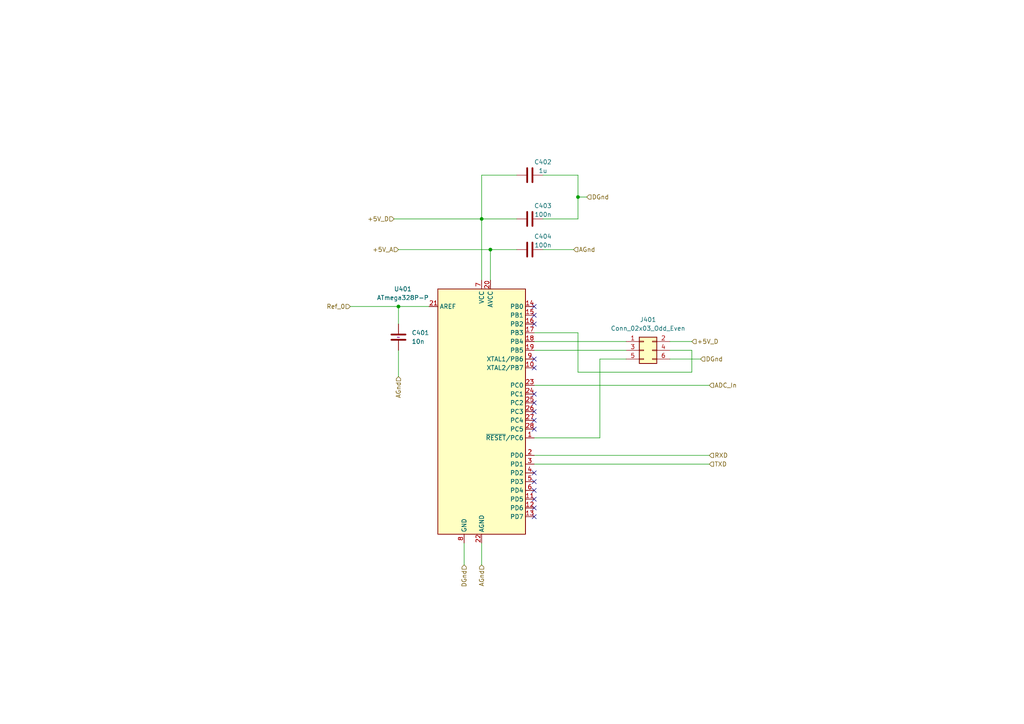
<source format=kicad_sch>
(kicad_sch (version 20231120) (generator "eeschema") (generator_version "8.0")
  (paper "A4")
  (lib_symbols
    (symbol "Connector_Generic:Conn_02x03_Odd_Even" (pin_names (offset 1.016) hide)
      (property "Reference" "J" (at 1.27 5.08 0))
      (property "Value" "Conn_02x03_Odd_Even" (at 1.27 -5.08 0))
      (symbol "Conn_02x03_Odd_Even_1_1"
        (rectangle (start -1.27 -2.413) (end 0 -2.667) (stroke (width 0.1524)))
        (rectangle (start -1.27 0.127) (end 0 -0.127) (stroke (width 0.1524)))
        (rectangle (start -1.27 2.667) (end 0 2.413) (stroke (width 0.1524)))
        (rectangle (start -1.27 3.81) (end 3.81 -3.81) (stroke (width 0.254)) (fill (type background)))
        (rectangle (start 3.81 -2.413) (end 2.54 -2.667) (stroke (width 0.1524)))
        (rectangle (start 3.81 0.127) (end 2.54 -0.127) (stroke (width 0.1524)))
        (rectangle (start 3.81 2.667) (end 2.54 2.413) (stroke (width 0.1524)))
        (pin passive line (at -5.08 2.54 0) (length 3.81) (name "Pin_1") (number "1"))
        (pin passive line (at 7.62 2.54 180) (length 3.81) (name "Pin_2") (number "2"))
        (pin passive line (at -5.08 0 0) (length 3.81) (name "Pin_3") (number "3"))
        (pin passive line (at 7.62 0 180) (length 3.81) (name "Pin_4") (number "4"))
        (pin passive line (at -5.08 -2.54 0) (length 3.81) (name "Pin_5") (number "5"))
        (pin passive line (at 7.62 -2.54 180) (length 3.81) (name "Pin_6") (number "6"))
      )
    )
    (symbol "Device:C" (pin_numbers hide) (pin_names (offset 0.254))
      (property "Reference" "C" (at 0.635 2.54 0))
      (property "Value" "C" (at 0.635 -2.54 0))
      (symbol "C_0_1"
        (polyline (pts (xy -2.032 -0.762) (xy 2.032 -0.762)) (stroke (width 0.508)))
        (polyline (pts (xy -2.032 0.762) (xy 2.032 0.762)) (stroke (width 0.508)))
      )
      (symbol "C_1_1"
        (pin passive line (at 0 3.81 270) (length 2.794) (name "~") (number "1"))
        (pin passive line (at 0 -3.81 90) (length 2.794) (name "~") (number "2"))
      )
    )
    (symbol "MCU_Microchip_ATmega:ATmega328P-P"
      (property "Reference" "U5" (at -21.59 34.1279 0))
      (property "Value" "ATmega328P-P" (at -21.59 31.5879 0))
      (symbol "ATmega328P-P_0_1"
        (rectangle (start -12.7 35.56) (end 12.7 -35.56) (stroke (width 0.254)) (fill (type background)))
      )
      (symbol "ATmega328P-P_1_1"
        (pin bidirectional line (at 15.24 -7.62 180) (length 2.54) (name "~{RESET}/PC6") (number "1"))
        (pin bidirectional line (at 15.24 12.7 180) (length 2.54) (name "XTAL2/PB7") (number "10"))
        (pin bidirectional line (at 15.24 -25.4 180) (length 2.54) (name "PD5") (number "11"))
        (pin bidirectional line (at 15.24 -27.94 180) (length 2.54) (name "PD6") (number "12"))
        (pin bidirectional line (at 15.24 -30.48 180) (length 2.54) (name "PD7") (number "13"))
        (pin bidirectional line (at 15.24 30.48 180) (length 2.54) (name "PB0") (number "14"))
        (pin bidirectional line (at 15.24 27.94 180) (length 2.54) (name "PB1") (number "15"))
        (pin bidirectional line (at 15.24 25.4 180) (length 2.54) (name "PB2") (number "16"))
        (pin bidirectional line (at 15.24 22.86 180) (length 2.54) (name "PB3") (number "17"))
        (pin bidirectional line (at 15.24 20.32 180) (length 2.54) (name "PB4") (number "18"))
        (pin bidirectional line (at 15.24 17.78 180) (length 2.54) (name "PB5") (number "19"))
        (pin bidirectional line (at 15.24 -12.7 180) (length 2.54) (name "PD0") (number "2"))
        (pin power_in line (at 2.54 38.1 270) (length 2.54) (name "AVCC") (number "20"))
        (pin passive line (at -15.24 30.48 0) (length 2.54) (name "AREF") (number "21"))
        (pin power_in line (at 0 -38.1 90) (length 2.54) (name "AGND") (number "22"))
        (pin bidirectional line (at 15.24 7.62 180) (length 2.54) (name "PC0") (number "23"))
        (pin bidirectional line (at 15.24 5.08 180) (length 2.54) (name "PC1") (number "24"))
        (pin bidirectional line (at 15.24 2.54 180) (length 2.54) (name "PC2") (number "25"))
        (pin bidirectional line (at 15.24 0 180) (length 2.54) (name "PC3") (number "26"))
        (pin bidirectional line (at 15.24 -2.54 180) (length 2.54) (name "PC4") (number "27"))
        (pin bidirectional line (at 15.24 -5.08 180) (length 2.54) (name "PC5") (number "28"))
        (pin bidirectional line (at 15.24 -15.24 180) (length 2.54) (name "PD1") (number "3"))
        (pin bidirectional line (at 15.24 -17.78 180) (length 2.54) (name "PD2") (number "4"))
        (pin bidirectional line (at 15.24 -20.32 180) (length 2.54) (name "PD3") (number "5"))
        (pin bidirectional line (at 15.24 -22.86 180) (length 2.54) (name "PD4") (number "6"))
        (pin power_in line (at 0 38.1 270) (length 2.54) (name "VCC") (number "7"))
        (pin power_in line (at -5.08 -38.1 90) (length 2.54) (name "GND") (number "8"))
        (pin bidirectional line (at 15.24 15.24 180) (length 2.54) (name "XTAL1/PB6") (number "9"))
      )
    )
  )
  (junction (at 115.57 88.9))
  (junction (at 139.7 63.5))
  (junction (at 167.64 57.15))
  (junction (at 142.24 72.39))
  (no_connect (at 154.94 137.16))
  (no_connect (at 154.94 114.3))
  (no_connect (at 154.94 104.14))
  (no_connect (at 154.94 142.24))
  (no_connect (at 154.94 116.84))
  (no_connect (at 154.94 144.78))
  (no_connect (at 154.94 119.38))
  (no_connect (at 154.94 91.44))
  (no_connect (at 154.94 124.46))
  (no_connect (at 154.94 147.32))
  (no_connect (at 154.94 93.98))
  (no_connect (at 154.94 88.9))
  (no_connect (at 154.94 106.68))
  (no_connect (at 154.94 149.86))
  (no_connect (at 154.94 139.7))
  (no_connect (at 154.94 121.92))
  (wire (pts (xy 157.48 50.8) (xy 167.64 50.8)))
  (wire (pts (xy 200.66 107.95) (xy 167.64 107.95)))
  (wire (pts (xy 154.94 111.76) (xy 205.74 111.76)))
  (wire (pts (xy 134.62 157.48) (xy 134.62 163.83)))
  (wire (pts (xy 115.57 88.9) (xy 115.57 93.98)))
  (wire (pts (xy 115.57 101.6) (xy 115.57 109.22)))
  (wire (pts (xy 167.64 57.15) (xy 167.64 63.5)))
  (wire (pts (xy 142.24 72.39) (xy 142.24 81.28)))
  (wire (pts (xy 149.86 63.5) (xy 139.7 63.5)))
  (wire (pts (xy 167.64 96.52) (xy 154.94 96.52)))
  (wire (pts (xy 200.66 101.6) (xy 200.66 107.95)))
  (wire (pts (xy 167.64 57.15) (xy 170.18 57.15)))
  (wire (pts (xy 157.48 72.39) (xy 166.37 72.39)))
  (wire (pts (xy 167.64 107.95) (xy 167.64 96.52)))
  (wire (pts (xy 154.94 99.06) (xy 181.61 99.06)))
  (wire (pts (xy 154.94 101.6) (xy 181.61 101.6)))
  (wire (pts (xy 115.57 88.9) (xy 124.46 88.9)))
  (wire (pts (xy 114.3 63.5) (xy 139.7 63.5)))
  (wire (pts (xy 154.94 132.08) (xy 205.74 132.08)))
  (wire (pts (xy 173.99 104.14) (xy 173.99 127)))
  (wire (pts (xy 139.7 157.48) (xy 139.7 163.83)))
  (wire (pts (xy 194.31 101.6) (xy 200.66 101.6)))
  (wire (pts (xy 142.24 72.39) (xy 149.86 72.39)))
  (wire (pts (xy 139.7 50.8) (xy 149.86 50.8)))
  (wire (pts (xy 154.94 134.62) (xy 205.74 134.62)))
  (wire (pts (xy 139.7 50.8) (xy 139.7 63.5)))
  (wire (pts (xy 115.57 72.39) (xy 142.24 72.39)))
  (wire (pts (xy 101.6 88.9) (xy 115.57 88.9)))
  (wire (pts (xy 194.31 99.06) (xy 200.66 99.06)))
  (wire (pts (xy 181.61 104.14) (xy 173.99 104.14)))
  (wire (pts (xy 157.48 63.5) (xy 167.64 63.5)))
  (wire (pts (xy 194.31 104.14) (xy 203.2 104.14)))
  (wire (pts (xy 167.64 50.8) (xy 167.64 57.15)))
  (wire (pts (xy 173.99 127) (xy 154.94 127)))
  (wire (pts (xy 139.7 63.5) (xy 139.7 81.28)))
  (hierarchical_label "Ref_0" (shape input) (at 101.6 88.9 180))
  (hierarchical_label "DGnd" (shape input) (at 134.62 163.83 270))
  (hierarchical_label "AGnd" (shape input) (at 115.57 109.22 270))
  (hierarchical_label "+5V_D" (shape input) (at 114.3 63.5 180))
  (hierarchical_label "DGnd" (shape input) (at 170.18 57.15 0))
  (hierarchical_label "AGnd" (shape input) (at 166.37 72.39 0))
  (hierarchical_label "RXD" (shape input) (at 205.74 132.08 0))
  (hierarchical_label "DGnd" (shape input) (at 203.2 104.14 0))
  (hierarchical_label "ADC_In" (shape input) (at 205.74 111.76 0))
  (hierarchical_label "+5V_D" (shape input) (at 200.66 99.06 0))
  (hierarchical_label "TXD" (shape input) (at 205.74 134.62 0))
  (hierarchical_label "+5V_A" (shape input) (at 115.57 72.39 180))
  (hierarchical_label "AGnd" (shape input) (at 139.7 163.83 270))
  (symbol (lib_id "Connector_Generic:Conn_02x03_Odd_Even") (at 186.69 101.6 0) (unit 1)
    (property "Reference" "J401" (at 187.96 92.71 0))
    (property "Value" "Conn_02x03_Odd_Even" (at 187.96 95.25 0))
    (property "Footprint" "Connector_PinHeader_2.54mm:PinHeader_2x03_P2.54mm_Vertical" (effects (hide yes)))
  )
  (symbol (lib_id "MCU_Microchip_ATmega:ATmega328P-P") (at 139.7 119.38 0) (unit 1)
    (property "Reference" "U401" (at 116.84 83.82 0))
    (property "Value" "ATmega328P-P" (at 116.84 86.36 0))
    (property "Footprint" "Package_DIP:DIP-28_W7.62mm" (effects (hide yes)))
    (property "Datasheet" "http://ww1.microchip.com/downloads/en/DeviceDoc/ATmega328_P%20AVR%20MCU%20with%20picoPower%20Technology%20Data%20Sheet%2040001984A.pdf" (effects (hide yes)))
  )
  (symbol (lib_id "Device:C") (at 153.67 63.5 90) (unit 1)
    (property "Reference" "C403" (at 157.48 59.69 90))
    (property "Value" "100n" (at 157.48 62.23 90))
    (property "Footprint" "Capacitor_SMD:C_0805_2012Metric" (effects (hide yes)))
  )
  (symbol (lib_id "Device:C") (at 115.57 97.79 0) (unit 1)
    (property "Reference" "C401" (at 119.38 96.52 0) (effects (justify left)))
    (property "Value" "10n" (at 119.38 99.06 0) (effects (justify left)))
    (property "Footprint" "Capacitor_SMD:C_0805_2012Metric" (effects (hide yes)))
    (property "Datasheet" "~" (at 115.57 97.79 0))
  )
  (symbol (lib_id "Device:C") (at 153.67 72.39 90) (unit 1)
    (property "Reference" "C404" (at 157.48 68.58 90))
    (property "Value" "100n" (at 157.48 71.12 90))
    (property "Footprint" "Capacitor_SMD:C_0805_2012Metric" (effects (hide yes)))
  )
  (symbol (lib_id "Device:C") (at 153.67 50.8 90) (unit 1)
    (property "Reference" "C402" (at 157.48 46.99 90))
    (property "Value" "1u" (at 157.48 49.53 90))
    (property "Footprint" "Capacitor_SMD:C_0805_2012Metric" (effects (hide yes)))
  )
)
</source>
